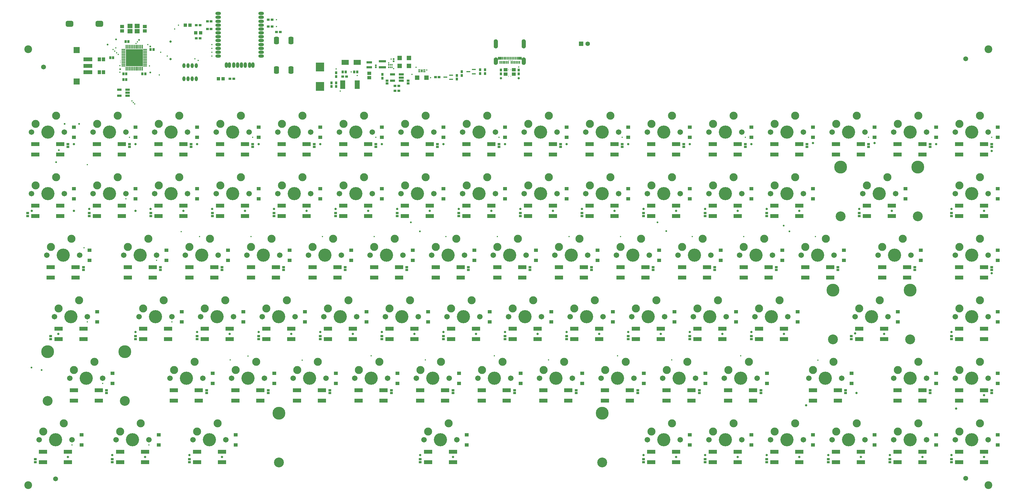
<source format=gbs>
G04*
G04 #@! TF.GenerationSoftware,Altium Limited,Altium Designer,19.0.15 (446)*
G04*
G04 Layer_Color=16711935*
%FSLAX44Y44*%
%MOMM*%
G71*
G01*
G75*
%ADD13C,2.4000*%
%ADD14C,4.0640*%
%ADD15C,1.7018*%
%ADD16C,2.4892*%
%ADD17C,3.9878*%
%ADD18C,3.0480*%
%ADD19R,1.4112X1.4112*%
%ADD20C,1.4112*%
%ADD21C,0.8032*%
%ADD22C,0.3150*%
%ADD23C,0.4000*%
%ADD24C,0.5842*%
%ADD25C,0.4500*%
%ADD26C,0.7000*%
%ADD27C,1.5000*%
%ADD28C,0.5588*%
%ADD38R,2.1804X1.5284*%
%ADD65R,1.1684X0.4572*%
%ADD76R,1.5240X0.7620*%
%ADD77R,0.4500X0.8500*%
%ADD78R,0.4000X0.5900*%
%ADD79R,0.4000X0.6200*%
G04:AMPARAMS|DCode=80|XSize=1.6032mm|YSize=2.3032mm|CornerRadius=0.4516mm|HoleSize=0mm|Usage=FLASHONLY|Rotation=0.000|XOffset=0mm|YOffset=0mm|HoleType=Round|Shape=RoundedRectangle|*
%AMROUNDEDRECTD80*
21,1,1.6032,1.4000,0,0,0.0*
21,1,0.7000,2.3032,0,0,0.0*
1,1,0.9032,0.3500,-0.7000*
1,1,0.9032,-0.3500,-0.7000*
1,1,0.9032,-0.3500,0.7000*
1,1,0.9032,0.3500,0.7000*
%
%ADD80ROUNDEDRECTD80*%
%ADD81R,0.9532X0.8032*%
%ADD82R,1.0032X1.0032*%
%ADD83O,0.9632X1.4732*%
%ADD84O,1.7032X1.0032*%
%ADD85O,1.0032X1.7032*%
%ADD86R,1.4132X0.7932*%
%ADD87R,0.8032X0.8432*%
%ADD88R,1.2032X1.1032*%
%ADD89R,1.6032X1.4032*%
%ADD90R,5.2832X5.2832*%
%ADD91R,1.1500X0.4500*%
%ADD92R,0.4500X1.1500*%
%ADD93R,1.0532X1.1532*%
%ADD94R,2.7532X1.2032*%
%ADD95R,1.9032X1.9032*%
G04:AMPARAMS|DCode=96|XSize=1.8032mm|YSize=2.3932mm|CornerRadius=0.5016mm|HoleSize=0mm|Usage=FLASHONLY|Rotation=270.000|XOffset=0mm|YOffset=0mm|HoleType=Round|Shape=RoundedRectangle|*
%AMROUNDEDRECTD96*
21,1,1.8032,1.3900,0,0,270.0*
21,1,0.8000,2.3932,0,0,270.0*
1,1,1.0032,-0.6950,-0.4000*
1,1,1.0032,-0.6950,0.4000*
1,1,1.0032,0.6950,0.4000*
1,1,1.0032,0.6950,-0.4000*
%
%ADD96ROUNDEDRECTD96*%
%ADD97R,0.5024X0.5524*%
%ADD98R,0.8032X0.9532*%
%ADD99R,1.8032X0.7032*%
%ADD100R,2.6532X2.7532*%
%ADD101R,1.5748X0.6604*%
%ADD102R,2.2032X0.8032*%
%ADD103R,0.8432X0.8032*%
%ADD104R,1.4032X1.4032*%
%ADD105R,1.4032X1.4032*%
%ADD106R,0.6000X0.9100*%
%ADD107R,0.6500X0.4000*%
%ADD108R,0.3032X0.4032*%
%ADD109R,1.1500X0.8500*%
%ADD110R,1.1532X1.0532*%
%ADD111R,2.5032X1.2032*%
%ADD112R,1.1532X1.1032*%
G36*
X1569550Y1367900D02*
Y1357900D01*
Y1357730D01*
X1569568Y1357390D01*
X1569603Y1357051D01*
X1569657Y1356715D01*
X1569727Y1356382D01*
X1569816Y1356053D01*
X1569921Y1355730D01*
X1570043Y1355412D01*
X1570181Y1355101D01*
X1570336Y1354797D01*
X1570506Y1354503D01*
X1570691Y1354217D01*
X1570891Y1353942D01*
X1571106Y1353677D01*
X1571333Y1353424D01*
X1571574Y1353183D01*
X1571827Y1352956D01*
X1572092Y1352742D01*
X1572367Y1352541D01*
X1572653Y1352356D01*
X1572947Y1352186D01*
X1573251Y1352031D01*
X1573562Y1351893D01*
X1573880Y1351771D01*
X1574203Y1351665D01*
X1574532Y1351577D01*
X1574865Y1351507D01*
X1575201Y1351453D01*
X1575540Y1351418D01*
X1575880Y1351400D01*
X1576050D01*
X1576220D01*
X1576560Y1351418D01*
X1576899Y1351453D01*
X1577235Y1351507D01*
X1577568Y1351577D01*
X1577897Y1351665D01*
X1578221Y1351771D01*
X1578538Y1351893D01*
X1578849Y1352031D01*
X1579153Y1352186D01*
X1579447Y1352356D01*
X1579733Y1352541D01*
X1580008Y1352741D01*
X1580273Y1352956D01*
X1580526Y1353183D01*
X1580766Y1353424D01*
X1580994Y1353677D01*
X1581208Y1353942D01*
X1581409Y1354217D01*
X1581594Y1354503D01*
X1581764Y1354797D01*
X1581919Y1355101D01*
X1582057Y1355412D01*
X1582179Y1355730D01*
X1582285Y1356053D01*
X1582373Y1356382D01*
X1582443Y1356715D01*
X1582497Y1357051D01*
X1582532Y1357390D01*
X1582550Y1357730D01*
Y1357900D01*
Y1367900D01*
Y1368070D01*
X1582532Y1368410D01*
X1582497Y1368749D01*
X1582443Y1369085D01*
X1582373Y1369418D01*
X1582285Y1369747D01*
X1582179Y1370070D01*
X1582057Y1370388D01*
X1581919Y1370699D01*
X1581764Y1371003D01*
X1581594Y1371297D01*
X1581409Y1371583D01*
X1581209Y1371858D01*
X1580994Y1372123D01*
X1580767Y1372376D01*
X1580526Y1372616D01*
X1580273Y1372844D01*
X1580008Y1373058D01*
X1579733Y1373259D01*
X1579447Y1373444D01*
X1579153Y1373614D01*
X1578849Y1373769D01*
X1578538Y1373907D01*
X1578221Y1374029D01*
X1577897Y1374135D01*
X1577568Y1374223D01*
X1577235Y1374293D01*
X1576899Y1374347D01*
X1576560Y1374382D01*
X1576220Y1374400D01*
X1576050D01*
X1575880D01*
X1575540Y1374382D01*
X1575201Y1374347D01*
X1574865Y1374293D01*
X1574532Y1374223D01*
X1574203Y1374135D01*
X1573880Y1374029D01*
X1573562Y1373907D01*
X1573251Y1373769D01*
X1572947Y1373614D01*
X1572653Y1373444D01*
X1572367Y1373259D01*
X1572092Y1373059D01*
X1571827Y1372844D01*
X1571574Y1372617D01*
X1571333Y1372376D01*
X1571106Y1372123D01*
X1570892Y1371858D01*
X1570691Y1371583D01*
X1570506Y1371297D01*
X1570336Y1371003D01*
X1570181Y1370699D01*
X1570043Y1370388D01*
X1569921Y1370070D01*
X1569816Y1369747D01*
X1569727Y1369418D01*
X1569657Y1369085D01*
X1569603Y1368749D01*
X1569568Y1368410D01*
X1569550Y1368070D01*
Y1367900D01*
D01*
D02*
G37*
G36*
Y1424500D02*
Y1408500D01*
X1569554Y1408368D01*
X1569583Y1408042D01*
X1569629Y1407717D01*
X1569691Y1407396D01*
X1569770Y1407078D01*
X1569866Y1406765D01*
X1569978Y1406457D01*
X1570106Y1406155D01*
X1570250Y1405861D01*
X1570409Y1405574D01*
X1570582Y1405296D01*
X1570770Y1405028D01*
X1570972Y1404770D01*
X1571187Y1404523D01*
X1571414Y1404287D01*
X1571654Y1404064D01*
X1571905Y1403853D01*
X1572166Y1403656D01*
X1572438Y1403473D01*
X1572719Y1403304D01*
X1573008Y1403150D01*
X1573305Y1403012D01*
X1573609Y1402889D01*
X1573918Y1402782D01*
X1574233Y1402692D01*
X1574552Y1402619D01*
X1574875Y1402562D01*
X1575200Y1402522D01*
X1575527Y1402499D01*
X1575855Y1402493D01*
X1576050Y1402500D01*
X1576245Y1402493D01*
X1576573Y1402499D01*
X1576900Y1402522D01*
X1577225Y1402562D01*
X1577547Y1402619D01*
X1577867Y1402692D01*
X1578181Y1402782D01*
X1578491Y1402889D01*
X1578795Y1403012D01*
X1579092Y1403150D01*
X1579381Y1403304D01*
X1579662Y1403473D01*
X1579933Y1403656D01*
X1580195Y1403853D01*
X1580446Y1404064D01*
X1580686Y1404287D01*
X1580913Y1404523D01*
X1581128Y1404770D01*
X1581330Y1405028D01*
X1581518Y1405296D01*
X1581691Y1405574D01*
X1581850Y1405861D01*
X1581994Y1406155D01*
X1582122Y1406457D01*
X1582234Y1406765D01*
X1582330Y1407078D01*
X1582409Y1407396D01*
X1582471Y1407717D01*
X1582517Y1408042D01*
X1582545Y1408368D01*
X1582550Y1408500D01*
Y1424500D01*
X1582545Y1424632D01*
X1582517Y1424958D01*
X1582471Y1425283D01*
X1582409Y1425604D01*
X1582330Y1425922D01*
X1582234Y1426235D01*
X1582122Y1426543D01*
X1581994Y1426845D01*
X1581850Y1427139D01*
X1581691Y1427426D01*
X1581518Y1427704D01*
X1581330Y1427972D01*
X1581128Y1428230D01*
X1580913Y1428477D01*
X1580686Y1428713D01*
X1580446Y1428936D01*
X1580195Y1429147D01*
X1579934Y1429344D01*
X1579662Y1429527D01*
X1579381Y1429696D01*
X1579092Y1429850D01*
X1578795Y1429988D01*
X1578491Y1430111D01*
X1578182Y1430217D01*
X1577867Y1430308D01*
X1577547Y1430381D01*
X1577225Y1430438D01*
X1576900Y1430478D01*
X1576573Y1430501D01*
X1576245Y1430507D01*
X1576050Y1430500D01*
X1575855Y1430507D01*
X1575527Y1430501D01*
X1575200Y1430478D01*
X1574875Y1430438D01*
X1574553Y1430381D01*
X1574233Y1430308D01*
X1573918Y1430218D01*
X1573609Y1430111D01*
X1573305Y1429988D01*
X1573008Y1429850D01*
X1572719Y1429696D01*
X1572438Y1429527D01*
X1572166Y1429344D01*
X1571905Y1429147D01*
X1571654Y1428936D01*
X1571414Y1428713D01*
X1571187Y1428477D01*
X1570972Y1428230D01*
X1570770Y1427972D01*
X1570582Y1427704D01*
X1570409Y1427426D01*
X1570250Y1427139D01*
X1570106Y1426845D01*
X1569978Y1426543D01*
X1569866Y1426236D01*
X1569770Y1425922D01*
X1569691Y1425604D01*
X1569629Y1425283D01*
X1569583Y1424958D01*
X1569554Y1424632D01*
X1569550Y1424500D01*
D01*
D02*
G37*
G36*
X1655950Y1367900D02*
Y1357900D01*
Y1357730D01*
X1655968Y1357390D01*
X1656003Y1357051D01*
X1656057Y1356715D01*
X1656127Y1356382D01*
X1656216Y1356053D01*
X1656321Y1355730D01*
X1656443Y1355412D01*
X1656581Y1355101D01*
X1656736Y1354797D01*
X1656906Y1354503D01*
X1657091Y1354217D01*
X1657291Y1353942D01*
X1657506Y1353677D01*
X1657733Y1353424D01*
X1657974Y1353183D01*
X1658227Y1352956D01*
X1658492Y1352742D01*
X1658767Y1352541D01*
X1659053Y1352356D01*
X1659347Y1352186D01*
X1659651Y1352031D01*
X1659962Y1351893D01*
X1660280Y1351771D01*
X1660603Y1351665D01*
X1660932Y1351577D01*
X1661265Y1351507D01*
X1661601Y1351453D01*
X1661940Y1351418D01*
X1662280Y1351400D01*
X1662450D01*
X1662620D01*
X1662960Y1351418D01*
X1663299Y1351453D01*
X1663635Y1351507D01*
X1663968Y1351577D01*
X1664297Y1351665D01*
X1664621Y1351771D01*
X1664938Y1351893D01*
X1665249Y1352031D01*
X1665553Y1352186D01*
X1665847Y1352356D01*
X1666133Y1352541D01*
X1666408Y1352741D01*
X1666673Y1352956D01*
X1666926Y1353183D01*
X1667166Y1353424D01*
X1667394Y1353677D01*
X1667608Y1353942D01*
X1667809Y1354217D01*
X1667994Y1354503D01*
X1668164Y1354797D01*
X1668319Y1355101D01*
X1668457Y1355412D01*
X1668579Y1355730D01*
X1668685Y1356053D01*
X1668773Y1356382D01*
X1668843Y1356715D01*
X1668897Y1357051D01*
X1668932Y1357390D01*
X1668950Y1357730D01*
Y1357900D01*
Y1367900D01*
Y1368070D01*
X1668932Y1368410D01*
X1668897Y1368749D01*
X1668843Y1369085D01*
X1668773Y1369418D01*
X1668685Y1369747D01*
X1668579Y1370070D01*
X1668457Y1370388D01*
X1668319Y1370699D01*
X1668164Y1371003D01*
X1667994Y1371297D01*
X1667809Y1371583D01*
X1667609Y1371858D01*
X1667394Y1372123D01*
X1667167Y1372376D01*
X1666926Y1372616D01*
X1666673Y1372844D01*
X1666408Y1373058D01*
X1666133Y1373259D01*
X1665847Y1373444D01*
X1665553Y1373614D01*
X1665249Y1373769D01*
X1664938Y1373907D01*
X1664621Y1374029D01*
X1664297Y1374135D01*
X1663968Y1374223D01*
X1663635Y1374293D01*
X1663299Y1374347D01*
X1662960Y1374382D01*
X1662620Y1374400D01*
X1662450D01*
X1662280D01*
X1661940Y1374382D01*
X1661601Y1374347D01*
X1661265Y1374293D01*
X1660932Y1374223D01*
X1660603Y1374135D01*
X1660280Y1374029D01*
X1659962Y1373907D01*
X1659651Y1373769D01*
X1659347Y1373614D01*
X1659053Y1373444D01*
X1658767Y1373259D01*
X1658492Y1373059D01*
X1658227Y1372844D01*
X1657974Y1372617D01*
X1657733Y1372376D01*
X1657506Y1372123D01*
X1657292Y1371858D01*
X1657091Y1371583D01*
X1656906Y1371297D01*
X1656736Y1371003D01*
X1656581Y1370699D01*
X1656443Y1370388D01*
X1656321Y1370070D01*
X1656216Y1369747D01*
X1656127Y1369418D01*
X1656057Y1369085D01*
X1656003Y1368749D01*
X1655968Y1368410D01*
X1655950Y1368070D01*
Y1367900D01*
D01*
D02*
G37*
G36*
Y1424500D02*
Y1408500D01*
X1655954Y1408368D01*
X1655983Y1408042D01*
X1656029Y1407717D01*
X1656091Y1407396D01*
X1656170Y1407078D01*
X1656266Y1406765D01*
X1656378Y1406457D01*
X1656506Y1406155D01*
X1656650Y1405861D01*
X1656809Y1405574D01*
X1656982Y1405296D01*
X1657170Y1405028D01*
X1657372Y1404770D01*
X1657587Y1404523D01*
X1657814Y1404287D01*
X1658054Y1404064D01*
X1658305Y1403853D01*
X1658566Y1403656D01*
X1658838Y1403473D01*
X1659119Y1403304D01*
X1659408Y1403150D01*
X1659705Y1403012D01*
X1660009Y1402889D01*
X1660318Y1402782D01*
X1660633Y1402692D01*
X1660952Y1402619D01*
X1661275Y1402562D01*
X1661600Y1402522D01*
X1661927Y1402499D01*
X1662255Y1402493D01*
X1662450Y1402500D01*
X1662645Y1402493D01*
X1662973Y1402499D01*
X1663300Y1402522D01*
X1663625Y1402562D01*
X1663947Y1402619D01*
X1664267Y1402692D01*
X1664581Y1402782D01*
X1664891Y1402889D01*
X1665195Y1403012D01*
X1665492Y1403150D01*
X1665781Y1403304D01*
X1666062Y1403473D01*
X1666333Y1403656D01*
X1666595Y1403853D01*
X1666846Y1404064D01*
X1667086Y1404287D01*
X1667313Y1404523D01*
X1667528Y1404770D01*
X1667730Y1405028D01*
X1667918Y1405296D01*
X1668091Y1405574D01*
X1668250Y1405861D01*
X1668394Y1406155D01*
X1668522Y1406457D01*
X1668634Y1406765D01*
X1668730Y1407078D01*
X1668809Y1407396D01*
X1668871Y1407717D01*
X1668917Y1408042D01*
X1668945Y1408368D01*
X1668950Y1408500D01*
Y1424500D01*
X1668945Y1424632D01*
X1668917Y1424958D01*
X1668871Y1425283D01*
X1668809Y1425604D01*
X1668730Y1425922D01*
X1668634Y1426235D01*
X1668522Y1426543D01*
X1668394Y1426845D01*
X1668250Y1427139D01*
X1668091Y1427426D01*
X1667918Y1427704D01*
X1667730Y1427972D01*
X1667528Y1428230D01*
X1667313Y1428477D01*
X1667086Y1428713D01*
X1666846Y1428936D01*
X1666595Y1429147D01*
X1666334Y1429344D01*
X1666062Y1429527D01*
X1665781Y1429696D01*
X1665492Y1429850D01*
X1665195Y1429988D01*
X1664891Y1430111D01*
X1664582Y1430217D01*
X1664267Y1430308D01*
X1663947Y1430381D01*
X1663625Y1430438D01*
X1663300Y1430478D01*
X1662973Y1430501D01*
X1662645Y1430507D01*
X1662450Y1430500D01*
X1662255Y1430507D01*
X1661927Y1430501D01*
X1661600Y1430478D01*
X1661275Y1430438D01*
X1660953Y1430381D01*
X1660633Y1430308D01*
X1660318Y1430218D01*
X1660009Y1430111D01*
X1659705Y1429988D01*
X1659408Y1429850D01*
X1659119Y1429696D01*
X1658838Y1429527D01*
X1658566Y1429344D01*
X1658305Y1429147D01*
X1658054Y1428936D01*
X1657814Y1428713D01*
X1657587Y1428477D01*
X1657372Y1428230D01*
X1657170Y1427972D01*
X1656982Y1427704D01*
X1656809Y1427426D01*
X1656650Y1427139D01*
X1656506Y1426845D01*
X1656378Y1426543D01*
X1656266Y1426236D01*
X1656170Y1425922D01*
X1656091Y1425604D01*
X1656029Y1425283D01*
X1655983Y1424958D01*
X1655954Y1424632D01*
X1655950Y1424500D01*
D01*
D02*
G37*
D13*
X130000Y50000D02*
D03*
X3100000D02*
D03*
Y1400000D02*
D03*
X130000D02*
D03*
D14*
X381000Y1143000D02*
D03*
X2571750Y762000D02*
D03*
X690565Y190500D02*
D03*
X452435D02*
D03*
X214312D02*
D03*
X309562Y381000D02*
D03*
X261938Y571500D02*
D03*
X238125Y762000D02*
D03*
X2762250Y952500D02*
D03*
X2809875Y762000D02*
D03*
X2738443Y571500D02*
D03*
X2595557Y381000D02*
D03*
X1404935Y190500D02*
D03*
X190500Y1143000D02*
D03*
X571500D02*
D03*
X762000D02*
D03*
X952500D02*
D03*
X1143000D02*
D03*
X1333500D02*
D03*
X1524000D02*
D03*
X1714500D02*
D03*
X1905000D02*
D03*
X2095500D02*
D03*
X2286000D02*
D03*
X2476500D02*
D03*
X2667000D02*
D03*
X2857500D02*
D03*
X3048000D02*
D03*
X381000Y952500D02*
D03*
X190500D02*
D03*
X571500D02*
D03*
X762000D02*
D03*
X952500D02*
D03*
X1143000D02*
D03*
X1333500D02*
D03*
X1524000D02*
D03*
X1714500D02*
D03*
X1905000D02*
D03*
X2095500D02*
D03*
X2286000D02*
D03*
X2476500D02*
D03*
X3048000D02*
D03*
X476250Y762000D02*
D03*
X666750D02*
D03*
X857250D02*
D03*
X1047750D02*
D03*
X1238250D02*
D03*
X1428750D02*
D03*
X1619250D02*
D03*
X1809750D02*
D03*
X2000250D02*
D03*
X2190750D02*
D03*
X2381250D02*
D03*
X3048000D02*
D03*
X523880Y571500D02*
D03*
X714380D02*
D03*
X904880D02*
D03*
X1095380D02*
D03*
X1285880D02*
D03*
X1476380D02*
D03*
X1666880D02*
D03*
X1857380D02*
D03*
X2047880D02*
D03*
X2238380D02*
D03*
X2428880D02*
D03*
X3048000D02*
D03*
X619123Y381000D02*
D03*
X809620D02*
D03*
X1000120D02*
D03*
X1190620D02*
D03*
X1381120D02*
D03*
X1571620D02*
D03*
X1762120D02*
D03*
X1952620D02*
D03*
X2143120D02*
D03*
X2333620D02*
D03*
X2857500D02*
D03*
X3048000D02*
D03*
X2095502Y190500D02*
D03*
X2286000D02*
D03*
X2476500D02*
D03*
X2667000D02*
D03*
X2857500D02*
D03*
X3048000D02*
D03*
D15*
X431800Y1143000D02*
D03*
X330200D02*
D03*
X2622550Y762000D02*
D03*
X2520950D02*
D03*
X639765Y190500D02*
D03*
X741365D02*
D03*
X401635D02*
D03*
X503235D02*
D03*
X163512D02*
D03*
X265112D02*
D03*
X360363Y381000D02*
D03*
X258762D02*
D03*
X312738Y571500D02*
D03*
X211138D02*
D03*
X288925Y762000D02*
D03*
X187325D02*
D03*
X2711450Y952500D02*
D03*
X2813050D02*
D03*
X2860675Y762000D02*
D03*
X2759075D02*
D03*
X2789243Y571500D02*
D03*
X2687643D02*
D03*
X2646357Y381000D02*
D03*
X2544757D02*
D03*
X1455735Y190500D02*
D03*
X1354135D02*
D03*
X139700Y1143000D02*
D03*
X241300D02*
D03*
X520700D02*
D03*
X622300D02*
D03*
X711200D02*
D03*
X812800D02*
D03*
X901700D02*
D03*
X1003300D02*
D03*
X1092200D02*
D03*
X1193800D02*
D03*
X1282700D02*
D03*
X1384300D02*
D03*
X1473200D02*
D03*
X1574800D02*
D03*
X1663700D02*
D03*
X1765300D02*
D03*
X1854200D02*
D03*
X1955800D02*
D03*
X2044700D02*
D03*
X2146300D02*
D03*
X2235200D02*
D03*
X2336800D02*
D03*
X2425700D02*
D03*
X2527300D02*
D03*
X2616200D02*
D03*
X2717800D02*
D03*
X2806700D02*
D03*
X2908300D02*
D03*
X2997200D02*
D03*
X3098800D02*
D03*
X330200Y952500D02*
D03*
X431800D02*
D03*
X139700D02*
D03*
X241300D02*
D03*
X520700D02*
D03*
X622300D02*
D03*
X711200D02*
D03*
X812800D02*
D03*
X901700D02*
D03*
X1003300D02*
D03*
X1092200D02*
D03*
X1193800D02*
D03*
X1282700D02*
D03*
X1384300D02*
D03*
X1473200D02*
D03*
X1574800D02*
D03*
X1663700D02*
D03*
X1765300D02*
D03*
X1854200D02*
D03*
X1955800D02*
D03*
X2044700D02*
D03*
X2146300D02*
D03*
X2235200D02*
D03*
X2336800D02*
D03*
X2425700D02*
D03*
X2527300D02*
D03*
X2997200D02*
D03*
X3098800D02*
D03*
X425450Y762000D02*
D03*
X527050D02*
D03*
X615950D02*
D03*
X717550D02*
D03*
X806450D02*
D03*
X908050D02*
D03*
X996950D02*
D03*
X1098550D02*
D03*
X1187450D02*
D03*
X1289050D02*
D03*
X1377950D02*
D03*
X1479550D02*
D03*
X1568450D02*
D03*
X1670050D02*
D03*
X1758950D02*
D03*
X1860550D02*
D03*
X1949450D02*
D03*
X2051050D02*
D03*
X2139950D02*
D03*
X2241550D02*
D03*
X2330450D02*
D03*
X2432050D02*
D03*
X2997200D02*
D03*
X3098800D02*
D03*
X473080Y571500D02*
D03*
X574680D02*
D03*
X663580D02*
D03*
X765180D02*
D03*
X854080D02*
D03*
X955680D02*
D03*
X1044580D02*
D03*
X1146180D02*
D03*
X1235080D02*
D03*
X1336680D02*
D03*
X1425580D02*
D03*
X1527180D02*
D03*
X1616080D02*
D03*
X1717680D02*
D03*
X1806580D02*
D03*
X1908180D02*
D03*
X1997080D02*
D03*
X2098680D02*
D03*
X2187580D02*
D03*
X2289180D02*
D03*
X2378080D02*
D03*
X2479680D02*
D03*
X2997200D02*
D03*
X3098800D02*
D03*
X568322Y381000D02*
D03*
X669922D02*
D03*
X758820D02*
D03*
X860420D02*
D03*
X949320D02*
D03*
X1050920D02*
D03*
X1139820D02*
D03*
X1241420D02*
D03*
X1330320D02*
D03*
X1431920D02*
D03*
X1520820D02*
D03*
X1622420D02*
D03*
X1711320D02*
D03*
X1812920D02*
D03*
X1901820D02*
D03*
X2003420D02*
D03*
X2092320D02*
D03*
X2193920D02*
D03*
X2282820D02*
D03*
X2384420D02*
D03*
X2806700D02*
D03*
X2908300D02*
D03*
X2997200D02*
D03*
X3098800D02*
D03*
X2044702Y190500D02*
D03*
X2146302D02*
D03*
X2235200D02*
D03*
X2336800D02*
D03*
X2425700D02*
D03*
X2527300D02*
D03*
X2616200D02*
D03*
X2717800D02*
D03*
X2806700D02*
D03*
X2908300D02*
D03*
X2997200D02*
D03*
X3098800D02*
D03*
D16*
X406400Y1193800D02*
D03*
X342900Y1168400D02*
D03*
X2597150Y812800D02*
D03*
X2533650Y787400D02*
D03*
X652465Y215900D02*
D03*
X715965Y241300D02*
D03*
X414335Y215900D02*
D03*
X477835Y241300D02*
D03*
X176213Y215900D02*
D03*
X239713Y241300D02*
D03*
X334963Y431800D02*
D03*
X271462Y406400D02*
D03*
X287337Y622300D02*
D03*
X223838Y596900D02*
D03*
X263525Y812800D02*
D03*
X200025Y787400D02*
D03*
X2724150Y977900D02*
D03*
X2787650Y1003300D02*
D03*
X2835275Y812800D02*
D03*
X2771775Y787400D02*
D03*
X2763842Y622300D02*
D03*
X2700343Y596900D02*
D03*
X2620957Y431800D02*
D03*
X2557457Y406400D02*
D03*
X1430335Y241300D02*
D03*
X1366835Y215900D02*
D03*
X152400Y1168400D02*
D03*
X215900Y1193800D02*
D03*
X533400Y1168400D02*
D03*
X596900Y1193800D02*
D03*
X723900Y1168400D02*
D03*
X787400Y1193800D02*
D03*
X914400Y1168400D02*
D03*
X977900Y1193800D02*
D03*
X1104900Y1168400D02*
D03*
X1168400Y1193800D02*
D03*
X1295400Y1168400D02*
D03*
X1358900Y1193800D02*
D03*
X1485900Y1168400D02*
D03*
X1549400Y1193800D02*
D03*
X1676400Y1168400D02*
D03*
X1739900Y1193800D02*
D03*
X1866900Y1168400D02*
D03*
X1930400Y1193800D02*
D03*
X2057400Y1168400D02*
D03*
X2120900Y1193800D02*
D03*
X2247900Y1168400D02*
D03*
X2311400Y1193800D02*
D03*
X2438400Y1168400D02*
D03*
X2501900Y1193800D02*
D03*
X2628900Y1168400D02*
D03*
X2692400Y1193800D02*
D03*
X2819400Y1168400D02*
D03*
X2882900Y1193800D02*
D03*
X3009900Y1168400D02*
D03*
X3073400Y1193800D02*
D03*
X342900Y977900D02*
D03*
X406400Y1003300D02*
D03*
X152400Y977900D02*
D03*
X215900Y1003300D02*
D03*
X533400Y977900D02*
D03*
X596900Y1003300D02*
D03*
X723900Y977900D02*
D03*
X787400Y1003300D02*
D03*
X914400Y977900D02*
D03*
X977900Y1003300D02*
D03*
X1104900Y977900D02*
D03*
X1168400Y1003300D02*
D03*
X1295400Y977900D02*
D03*
X1358900Y1003300D02*
D03*
X1485900Y977900D02*
D03*
X1549400Y1003300D02*
D03*
X1676400Y977900D02*
D03*
X1739900Y1003300D02*
D03*
X1866900Y977900D02*
D03*
X1930400Y1003300D02*
D03*
X2057400Y977900D02*
D03*
X2120900Y1003300D02*
D03*
X2247900Y977900D02*
D03*
X2311400Y1003300D02*
D03*
X2438400Y977900D02*
D03*
X2501900Y1003300D02*
D03*
X3009900Y977900D02*
D03*
X3073400Y1003300D02*
D03*
X438150Y787400D02*
D03*
X501650Y812800D02*
D03*
X628650Y787400D02*
D03*
X692150Y812800D02*
D03*
X819150Y787400D02*
D03*
X882650Y812800D02*
D03*
X1009650Y787400D02*
D03*
X1073150Y812800D02*
D03*
X1200150Y787400D02*
D03*
X1263650Y812800D02*
D03*
X1390650Y787400D02*
D03*
X1454150Y812800D02*
D03*
X1581150Y787400D02*
D03*
X1644650Y812800D02*
D03*
X1771650Y787400D02*
D03*
X1835150Y812800D02*
D03*
X1962150Y787400D02*
D03*
X2025650Y812800D02*
D03*
X2152650Y787400D02*
D03*
X2216150Y812800D02*
D03*
X2343150Y787400D02*
D03*
X2406650Y812800D02*
D03*
X3009900Y787400D02*
D03*
X3073400Y812800D02*
D03*
X485780Y596900D02*
D03*
X549280Y622300D02*
D03*
X676280Y596900D02*
D03*
X739780Y622300D02*
D03*
X866780Y596900D02*
D03*
X930280Y622300D02*
D03*
X1057280Y596900D02*
D03*
X1120780Y622300D02*
D03*
X1247780Y596900D02*
D03*
X1311280Y622300D02*
D03*
X1438280Y596900D02*
D03*
X1501780Y622300D02*
D03*
X1628780Y596900D02*
D03*
X1692280Y622300D02*
D03*
X1819280Y596900D02*
D03*
X1882780Y622300D02*
D03*
X2009780Y596900D02*
D03*
X2073280Y622300D02*
D03*
X2200280Y596900D02*
D03*
X2263780Y622300D02*
D03*
X2390780Y596900D02*
D03*
X2454280Y622300D02*
D03*
X3009900Y596900D02*
D03*
X3073400Y622300D02*
D03*
X581022Y406400D02*
D03*
X644522Y431800D02*
D03*
X771520Y406400D02*
D03*
X835020Y431800D02*
D03*
X962020Y406400D02*
D03*
X1025520Y431800D02*
D03*
X1152520Y406400D02*
D03*
X1216020Y431800D02*
D03*
X1343020Y406400D02*
D03*
X1406520Y431800D02*
D03*
X1533520Y406400D02*
D03*
X1597020Y431800D02*
D03*
X1724020Y406400D02*
D03*
X1787520Y431800D02*
D03*
X1914520Y406400D02*
D03*
X1978020Y431800D02*
D03*
X2105020Y406400D02*
D03*
X2168520Y431800D02*
D03*
X2295520Y406400D02*
D03*
X2359020Y431800D02*
D03*
X2819400Y406400D02*
D03*
X2882900Y431800D02*
D03*
X3009900Y406400D02*
D03*
X3073400Y431800D02*
D03*
X2057402Y215900D02*
D03*
X2120903Y241300D02*
D03*
X2247900Y215900D02*
D03*
X2311400Y241300D02*
D03*
X2438400Y215900D02*
D03*
X2501900Y241300D02*
D03*
X2628900Y215900D02*
D03*
X2692400Y241300D02*
D03*
X2819400Y215900D02*
D03*
X2882900Y241300D02*
D03*
X3009900Y215900D02*
D03*
X3073400Y241300D02*
D03*
D17*
X190182Y463550D02*
D03*
X428942D02*
D03*
X2881630Y1035050D02*
D03*
X2642870D02*
D03*
X2619062Y654050D02*
D03*
X2857823D02*
D03*
X904935Y273050D02*
D03*
X1904935D02*
D03*
D18*
X190182Y311150D02*
D03*
X428942D02*
D03*
X2881630Y882650D02*
D03*
X2642870D02*
D03*
X2619062Y501650D02*
D03*
X2857823D02*
D03*
X904935Y120650D02*
D03*
X1904935D02*
D03*
D19*
X1840000Y1416500D02*
D03*
D20*
X1860000D02*
D03*
D21*
X1662450D02*
D03*
X1576050D02*
D03*
X1662450Y1362900D02*
D03*
X1576050D02*
D03*
D22*
X1615742Y1316000D02*
D03*
X1622830D02*
D03*
X415000Y1363286D02*
D03*
Y1358500D02*
D03*
X1616750Y1365329D02*
D03*
X1621750D02*
D03*
X1615742Y1336000D02*
D03*
X1622830D02*
D03*
X1626721Y1365300D02*
D03*
D23*
X403500Y1388500D02*
D03*
X408496Y1383500D02*
D03*
X412999Y1328997D02*
D03*
Y1348997D02*
D03*
X1260000Y1339340D02*
D03*
X467500Y1422500D02*
D03*
X265110Y174750D02*
D03*
X503240D02*
D03*
X463000Y1417500D02*
D03*
X392500Y1398500D02*
D03*
X360360Y365250D02*
D03*
X397341Y1393500D02*
D03*
X754759Y438069D02*
D03*
X312740Y555750D02*
D03*
X574680D02*
D03*
X302500Y785000D02*
D03*
X450435Y1240000D02*
D03*
X527050Y746250D02*
D03*
X455000Y1235000D02*
D03*
X312500Y1042262D02*
D03*
X459086Y1230000D02*
D03*
X431800Y936750D02*
D03*
X1245000Y1357749D02*
D03*
X1252500Y1368950D02*
D03*
D24*
X413999Y1337997D02*
D03*
X401635Y1430000D02*
D03*
X507500Y1408372D02*
D03*
X473080Y1428200D02*
D03*
X507500Y1327363D02*
D03*
D25*
X1316448Y1321448D02*
D03*
X1329305Y1343900D02*
D03*
X1082500Y1339187D02*
D03*
X1128710Y1329250D02*
D03*
X560000Y1378500D02*
D03*
X594500Y1474500D02*
D03*
X582500Y1462500D02*
D03*
X443310Y1127250D02*
D03*
X505000Y1348500D02*
D03*
X535000Y1320000D02*
D03*
X400874Y1404126D02*
D03*
X1095000Y1270250D02*
D03*
X539500Y1390500D02*
D03*
X697500Y1378500D02*
D03*
Y1390500D02*
D03*
Y1402500D02*
D03*
X500000Y1414500D02*
D03*
X697500D02*
D03*
X1374450Y1312050D02*
D03*
X1362500Y1335250D02*
D03*
X655710Y1365000D02*
D03*
X897500Y1491000D02*
D03*
X645000Y1370000D02*
D03*
X897500Y1470000D02*
D03*
X1147098Y1318152D02*
D03*
X1646750Y1345000D02*
D03*
X2572500Y437310D02*
D03*
X2333800Y450500D02*
D03*
X1952710Y450250D02*
D03*
X2120590Y437560D02*
D03*
X1571800Y450500D02*
D03*
X1739680Y437810D02*
D03*
X1190710Y450250D02*
D03*
X1358590Y437560D02*
D03*
X977500Y437310D02*
D03*
X809620Y450000D02*
D03*
X2564550Y820000D02*
D03*
X2183550D02*
D03*
X1802550D02*
D03*
X1421550D02*
D03*
X1040000D02*
D03*
X660000Y819550D02*
D03*
X2343150Y820000D02*
D03*
X1962150D02*
D03*
X1581150D02*
D03*
X1200150D02*
D03*
X819150D02*
D03*
X602750Y835000D02*
D03*
X824310Y1127250D02*
D03*
X1205310D02*
D03*
X1586310D02*
D03*
X1967310D02*
D03*
X2348310D02*
D03*
X2729310D02*
D03*
X3110310D02*
D03*
D26*
X1646750Y1309815D02*
D03*
X1591750D02*
D03*
X3086500Y328472D02*
D03*
X2999813Y287500D02*
D03*
X2691997Y335200D02*
D03*
X2536043Y297500D02*
D03*
X3086500Y137500D02*
D03*
X2896000D02*
D03*
X2985691Y143000D02*
D03*
X2795190D02*
D03*
X2705500Y137500D02*
D03*
X2515000D02*
D03*
X2604691Y143000D02*
D03*
X2414190D02*
D03*
X2324503Y137500D02*
D03*
X2134002D02*
D03*
X2223690Y143000D02*
D03*
X2033190D02*
D03*
X1443435Y137500D02*
D03*
X1342630Y143000D02*
D03*
X729060Y137500D02*
D03*
X628250Y143000D02*
D03*
X490935Y137500D02*
D03*
X390130Y143000D02*
D03*
X252812Y137500D02*
D03*
X3110310Y706000D02*
D03*
X2985690Y524000D02*
D03*
X2687643Y520000D02*
D03*
X2467380Y518500D02*
D03*
X2276880D02*
D03*
X2366570Y524000D02*
D03*
X2176070D02*
D03*
X2086378Y518500D02*
D03*
X1895877D02*
D03*
X1985570Y524000D02*
D03*
X1795070D02*
D03*
X1705378Y518500D02*
D03*
X1514877D02*
D03*
X1604570Y524000D02*
D03*
X1414070D02*
D03*
X1324377Y518500D02*
D03*
X1133877D02*
D03*
X1223570Y524000D02*
D03*
X1033070D02*
D03*
X943380Y518500D02*
D03*
X752880D02*
D03*
X842570Y524000D02*
D03*
X652070D02*
D03*
X461570D02*
D03*
X222621Y518500D02*
D03*
X2776942D02*
D03*
X318690Y905000D02*
D03*
X141106Y899148D02*
D03*
X699100Y905000D02*
D03*
X508600D02*
D03*
X1080438D02*
D03*
X889938D02*
D03*
X1461690D02*
D03*
X1271190D02*
D03*
X1842438D02*
D03*
X1651938D02*
D03*
X2033190D02*
D03*
X2223690D02*
D03*
X2414190D02*
D03*
X2699940D02*
D03*
X2985690D02*
D03*
X3086500Y899148D02*
D03*
X2800750Y899500D02*
D03*
X2515000D02*
D03*
X2133997D02*
D03*
X2324495D02*
D03*
X1753000Y899500D02*
D03*
X1943497D02*
D03*
X1372000D02*
D03*
X1562497D02*
D03*
X991000D02*
D03*
X1181497D02*
D03*
X610000D02*
D03*
X800497D02*
D03*
X271462D02*
D03*
X461960D02*
D03*
X3110310Y1085000D02*
D03*
X2938210Y1106000D02*
D03*
X2557460Y1109472D02*
D03*
X2747960D02*
D03*
X2176210Y1106000D02*
D03*
X2366707D02*
D03*
X1795460D02*
D03*
X1985957D02*
D03*
X1414460D02*
D03*
X1604957D02*
D03*
X1033460D02*
D03*
X1223957D02*
D03*
X652210D02*
D03*
X842707D02*
D03*
X461960D02*
D03*
X271462D02*
D03*
X570000Y1368950D02*
D03*
Y1423680D02*
D03*
D27*
X177500Y1345000D02*
D03*
X214312Y70000D02*
D03*
X3030000Y71270D02*
D03*
Y1370000D02*
D03*
D28*
X375000Y1414000D02*
D03*
X225000Y1087000D02*
D03*
X215900Y1050000D02*
D03*
X171400Y406400D02*
D03*
X139700Y414200D02*
D03*
X287337Y1168400D02*
D03*
X242500D02*
D03*
X1341434Y836000D02*
D03*
X1313434Y864000D02*
D03*
X2076000Y863437D02*
D03*
X2103000Y836437D02*
D03*
X2484434Y836000D02*
D03*
X2466434Y854000D02*
D03*
D38*
X1110000Y1358900D02*
D03*
X1147144D02*
D03*
D65*
X1420094Y1313000D02*
D03*
X1437620Y1306500D02*
D03*
Y1319500D02*
D03*
X1490954Y1330250D02*
D03*
X1508480Y1323749D02*
D03*
Y1336750D02*
D03*
D76*
X1283716Y1321448D02*
D03*
Y1312050D02*
D03*
Y1302652D02*
D03*
X1256284D02*
D03*
Y1321448D02*
D03*
D77*
X1614250Y1358800D02*
D03*
X1624250D02*
D03*
X1621750Y1371800D02*
D03*
X1616750D02*
D03*
X1596750D02*
D03*
X1601750D02*
D03*
X1606750D02*
D03*
X1611750D02*
D03*
X1626750D02*
D03*
X1631750D02*
D03*
X1636750D02*
D03*
X1641750D02*
D03*
X1649250Y1358800D02*
D03*
X1644250D02*
D03*
X1639250D02*
D03*
X1634250D02*
D03*
X1629250D02*
D03*
X1609250D02*
D03*
X1604250D02*
D03*
X1599250D02*
D03*
X1594250D02*
D03*
X1589250D02*
D03*
D78*
X1245000Y1343900D02*
D03*
X1250000D02*
D03*
X1255000D02*
D03*
Y1351599D02*
D03*
X1250000D02*
D03*
D79*
X1245000D02*
D03*
D80*
X943000Y1335500D02*
D03*
X898000D02*
D03*
Y1426500D02*
D03*
X943000D02*
D03*
D81*
X898000Y1453500D02*
D03*
X909500D02*
D03*
X649750Y1433500D02*
D03*
X661250D02*
D03*
X649750Y1474500D02*
D03*
X661250D02*
D03*
X684000Y1462500D02*
D03*
X695500D02*
D03*
X684000Y1486500D02*
D03*
X695500D02*
D03*
X754000Y1308000D02*
D03*
X765500D02*
D03*
X883750Y1470000D02*
D03*
X872250D02*
D03*
X883750Y1491000D02*
D03*
X872250D02*
D03*
X1114402Y1315250D02*
D03*
X1102902D02*
D03*
X1401000Y1313000D02*
D03*
X1389500D02*
D03*
X1264250Y1286000D02*
D03*
X1275750D02*
D03*
Y1271000D02*
D03*
X1264250D02*
D03*
D82*
X630500Y1474500D02*
D03*
X615500D02*
D03*
X663000Y1450500D02*
D03*
X648000D02*
D03*
X718000Y1308000D02*
D03*
X733000D02*
D03*
D83*
X624150Y1349000D02*
D03*
X611450D02*
D03*
Y1308000D02*
D03*
X624150D02*
D03*
X649550Y1308000D02*
D03*
X636850D02*
D03*
X649550Y1349000D02*
D03*
X636850D02*
D03*
D84*
X850500Y1510500D02*
D03*
Y1498500D02*
D03*
Y1486500D02*
D03*
Y1474500D02*
D03*
Y1462500D02*
D03*
Y1450500D02*
D03*
Y1438500D02*
D03*
Y1426500D02*
D03*
Y1414500D02*
D03*
Y1402500D02*
D03*
Y1390500D02*
D03*
Y1378500D02*
D03*
X717500D02*
D03*
Y1390500D02*
D03*
Y1402500D02*
D03*
Y1414500D02*
D03*
Y1426500D02*
D03*
Y1438500D02*
D03*
Y1450500D02*
D03*
Y1462500D02*
D03*
Y1474500D02*
D03*
Y1486500D02*
D03*
Y1498500D02*
D03*
Y1510500D02*
D03*
D85*
X752500Y1350500D02*
D03*
X814500D02*
D03*
X765500D02*
D03*
X742500D02*
D03*
X789500D02*
D03*
X777500D02*
D03*
X824500D02*
D03*
X801500D02*
D03*
D86*
X437050Y1274500D02*
D03*
Y1265000D02*
D03*
Y1255500D02*
D03*
X411950D02*
D03*
Y1274500D02*
D03*
D87*
X424200Y1306000D02*
D03*
X433000D02*
D03*
X424200Y1323500D02*
D03*
X433000D02*
D03*
X431100Y1423500D02*
D03*
X439900D02*
D03*
X491800Y1323500D02*
D03*
X483000D02*
D03*
X517400Y1398500D02*
D03*
X508600D02*
D03*
X383600Y1373500D02*
D03*
X392400D02*
D03*
X1138298Y1329250D02*
D03*
X1147098D02*
D03*
X1111702D02*
D03*
X1102902D02*
D03*
D88*
X420500Y1470250D02*
D03*
Y1456750D02*
D03*
X490500D02*
D03*
Y1470250D02*
D03*
X1184850Y1325500D02*
D03*
Y1311999D02*
D03*
D89*
X444500Y1471500D02*
D03*
Y1455500D02*
D03*
X466500Y1471500D02*
D03*
Y1455500D02*
D03*
D90*
X458000Y1373500D02*
D03*
D91*
X424500Y1348500D02*
D03*
Y1353500D02*
D03*
Y1358500D02*
D03*
Y1363500D02*
D03*
Y1368500D02*
D03*
Y1373500D02*
D03*
Y1378500D02*
D03*
Y1383500D02*
D03*
Y1388500D02*
D03*
Y1393500D02*
D03*
Y1398500D02*
D03*
X491500D02*
D03*
Y1393500D02*
D03*
Y1388500D02*
D03*
Y1383500D02*
D03*
Y1378500D02*
D03*
Y1373500D02*
D03*
Y1368500D02*
D03*
Y1363500D02*
D03*
Y1358500D02*
D03*
Y1353500D02*
D03*
Y1348500D02*
D03*
D92*
X433000Y1407000D02*
D03*
X438000D02*
D03*
X443000D02*
D03*
X448000D02*
D03*
X453000D02*
D03*
X458000D02*
D03*
X463000D02*
D03*
X468000D02*
D03*
X473000D02*
D03*
X478000D02*
D03*
X483000D02*
D03*
Y1340000D02*
D03*
X478000D02*
D03*
X473000D02*
D03*
X468000D02*
D03*
X463000D02*
D03*
X458000D02*
D03*
X453000D02*
D03*
X448000D02*
D03*
X443000D02*
D03*
X438000D02*
D03*
X433000D02*
D03*
D93*
X362655Y1328500D02*
D03*
X349655D02*
D03*
X362655Y1368500D02*
D03*
X349655D02*
D03*
D94*
X314400D02*
D03*
Y1348500D02*
D03*
Y1328500D02*
D03*
D95*
X279650Y1299500D02*
D03*
Y1397500D02*
D03*
D96*
X257705Y1478500D02*
D03*
X349605D02*
D03*
D97*
X1205000Y1350100D02*
D03*
Y1343900D02*
D03*
X1260000Y1368950D02*
D03*
Y1362750D02*
D03*
D98*
X1082500Y1284500D02*
D03*
Y1295999D02*
D03*
X1067500D02*
D03*
Y1284500D02*
D03*
X1082500Y1315250D02*
D03*
Y1326750D02*
D03*
X1456000Y1307250D02*
D03*
Y1318750D02*
D03*
X1225000Y1321448D02*
D03*
Y1309948D02*
D03*
X1471000Y1318750D02*
D03*
Y1330250D02*
D03*
X1542500Y1336000D02*
D03*
Y1324500D02*
D03*
X1527500D02*
D03*
Y1336000D02*
D03*
X1591750Y1335250D02*
D03*
Y1323750D02*
D03*
X1646750Y1335250D02*
D03*
Y1323750D02*
D03*
D99*
X1184850Y1358900D02*
D03*
Y1343900D02*
D03*
D100*
X1032500Y1345000D02*
D03*
Y1284500D02*
D03*
D101*
X1102902Y1280598D02*
D03*
Y1286948D02*
D03*
Y1293552D02*
D03*
Y1299902D02*
D03*
X1147098D02*
D03*
Y1293552D02*
D03*
Y1286948D02*
D03*
Y1280598D02*
D03*
D102*
X1225000Y1362899D02*
D03*
Y1343900D02*
D03*
D103*
X1305000Y1293852D02*
D03*
Y1302652D02*
D03*
X1240000Y1293852D02*
D03*
Y1302652D02*
D03*
X152000Y121500D02*
D03*
Y130300D02*
D03*
X2033190Y121500D02*
D03*
Y130300D02*
D03*
X1342630Y121500D02*
D03*
Y130300D02*
D03*
X628250Y121500D02*
D03*
Y130300D02*
D03*
X390130Y121500D02*
D03*
Y130300D02*
D03*
X2414190Y121500D02*
D03*
Y130300D02*
D03*
X2223690Y121500D02*
D03*
Y130300D02*
D03*
X2604690Y121500D02*
D03*
Y130300D02*
D03*
X2985690Y121500D02*
D03*
Y130300D02*
D03*
X2795190Y121500D02*
D03*
Y130300D02*
D03*
X2657870Y344000D02*
D03*
Y335200D02*
D03*
X2919810Y344000D02*
D03*
Y335200D02*
D03*
X3110310Y344000D02*
D03*
Y335200D02*
D03*
X2014930Y344000D02*
D03*
Y335200D02*
D03*
X2205430Y344000D02*
D03*
Y335200D02*
D03*
X2395930Y344000D02*
D03*
Y335200D02*
D03*
X1443430Y344000D02*
D03*
Y335200D02*
D03*
X1633930Y344000D02*
D03*
Y335200D02*
D03*
X1824430Y344000D02*
D03*
Y335200D02*
D03*
X1252930Y344000D02*
D03*
Y335200D02*
D03*
X871930Y344000D02*
D03*
Y335200D02*
D03*
X199630Y502500D02*
D03*
Y511300D02*
D03*
X371870Y344000D02*
D03*
Y335200D02*
D03*
X681430Y344000D02*
D03*
Y335200D02*
D03*
X1033070Y502500D02*
D03*
Y511300D02*
D03*
X842570Y502500D02*
D03*
Y511300D02*
D03*
X652070Y502500D02*
D03*
Y511300D02*
D03*
X461570Y502500D02*
D03*
Y511300D02*
D03*
X1604570Y502500D02*
D03*
Y511300D02*
D03*
X1414070Y502500D02*
D03*
Y511300D02*
D03*
X1223570Y502500D02*
D03*
Y511300D02*
D03*
X1795070Y502500D02*
D03*
Y511300D02*
D03*
X1985570Y502500D02*
D03*
Y511300D02*
D03*
X2176070Y502500D02*
D03*
Y511300D02*
D03*
X2985690Y502500D02*
D03*
Y511300D02*
D03*
X2676130Y502500D02*
D03*
Y511300D02*
D03*
X2366570Y502500D02*
D03*
Y511300D02*
D03*
X2443560Y725000D02*
D03*
Y716200D02*
D03*
X2634060Y725000D02*
D03*
Y716200D02*
D03*
X2872190Y725000D02*
D03*
Y716200D02*
D03*
X3110310Y725000D02*
D03*
Y716200D02*
D03*
X1872060Y725000D02*
D03*
Y716200D02*
D03*
X2062560Y725000D02*
D03*
Y716200D02*
D03*
X2253060Y725000D02*
D03*
Y716200D02*
D03*
X919560Y725000D02*
D03*
Y716200D02*
D03*
X1110060Y725000D02*
D03*
Y716200D02*
D03*
X1300560Y725000D02*
D03*
Y716200D02*
D03*
X1491060Y725000D02*
D03*
Y716200D02*
D03*
X1681560Y725000D02*
D03*
Y716200D02*
D03*
X729060Y725000D02*
D03*
Y716200D02*
D03*
X128190Y883500D02*
D03*
Y892300D02*
D03*
X300430Y725000D02*
D03*
Y716200D02*
D03*
X538560Y725000D02*
D03*
Y716200D02*
D03*
X699690Y883500D02*
D03*
Y892300D02*
D03*
X509190Y883500D02*
D03*
Y892300D02*
D03*
X318690Y883500D02*
D03*
Y892300D02*
D03*
X1271190Y883500D02*
D03*
Y892300D02*
D03*
X1080690Y883500D02*
D03*
Y892300D02*
D03*
X890190Y883500D02*
D03*
Y892300D02*
D03*
X2033190Y883500D02*
D03*
Y892300D02*
D03*
X1842690Y883500D02*
D03*
Y892300D02*
D03*
X1652190Y883500D02*
D03*
Y892300D02*
D03*
X1461690Y883500D02*
D03*
Y892300D02*
D03*
X2699940Y883500D02*
D03*
Y892300D02*
D03*
X2414190Y883500D02*
D03*
Y892300D02*
D03*
X2223690Y883500D02*
D03*
Y892300D02*
D03*
X2985690Y883500D02*
D03*
Y892300D02*
D03*
X2729310Y1106000D02*
D03*
Y1097200D02*
D03*
X2919810Y1106000D02*
D03*
Y1097200D02*
D03*
X3110310Y1106000D02*
D03*
Y1097200D02*
D03*
X2157810Y1106000D02*
D03*
Y1097200D02*
D03*
X2348310Y1106000D02*
D03*
Y1097200D02*
D03*
X2538810Y1106000D02*
D03*
Y1097200D02*
D03*
X1586310Y1106000D02*
D03*
Y1097200D02*
D03*
X1776810Y1106000D02*
D03*
Y1097200D02*
D03*
X1967310Y1106000D02*
D03*
Y1097200D02*
D03*
X824310Y1106000D02*
D03*
Y1097200D02*
D03*
X1014810Y1106000D02*
D03*
Y1097200D02*
D03*
X1205310Y1106000D02*
D03*
Y1097200D02*
D03*
X1395810Y1106000D02*
D03*
Y1097200D02*
D03*
X443310Y1106000D02*
D03*
Y1097200D02*
D03*
X633810Y1106000D02*
D03*
Y1097200D02*
D03*
X252812Y1106000D02*
D03*
Y1097200D02*
D03*
X1062430Y335200D02*
D03*
Y344000D02*
D03*
D104*
X1361800Y1312050D02*
D03*
X1278780Y1372750D02*
D03*
Y1347750D02*
D03*
D105*
X1333200Y1312050D02*
D03*
X1307380Y1372750D02*
D03*
Y1347750D02*
D03*
D106*
X1347500Y1332750D02*
D03*
D107*
X1354750Y1335250D02*
D03*
Y1330250D02*
D03*
X1340000Y1335250D02*
D03*
Y1330250D02*
D03*
D108*
X1666250Y1416500D02*
D03*
X1572250D02*
D03*
X1658250Y1362500D02*
D03*
X1572250D02*
D03*
D109*
X1588250Y1371800D02*
D03*
X1650250D02*
D03*
D110*
X1606750Y1336000D02*
D03*
Y1323000D02*
D03*
X1631750Y1336000D02*
D03*
Y1323000D02*
D03*
D111*
X252812Y153500D02*
D03*
X175813D02*
D03*
X252812Y121500D02*
D03*
X175813D02*
D03*
X490935Y153500D02*
D03*
X413935D02*
D03*
X490935Y121500D02*
D03*
X413935D02*
D03*
X729060Y153500D02*
D03*
X652060D02*
D03*
X729060Y121500D02*
D03*
X652060D02*
D03*
X1443435Y153500D02*
D03*
X1366435D02*
D03*
X1443435Y121500D02*
D03*
X1366435D02*
D03*
X2134002Y153500D02*
D03*
X2057003D02*
D03*
X2134002Y121500D02*
D03*
X2057003D02*
D03*
X2324500Y153500D02*
D03*
X2247500D02*
D03*
X2324500Y121500D02*
D03*
X2247500D02*
D03*
X2515000Y153500D02*
D03*
X2438000D02*
D03*
X2515000Y121500D02*
D03*
X2438000D02*
D03*
X2705500Y153500D02*
D03*
X2628500D02*
D03*
X2705500Y121500D02*
D03*
X2628500D02*
D03*
X961620Y312000D02*
D03*
X1038620D02*
D03*
X961620Y344000D02*
D03*
X1038620D02*
D03*
X2557060Y312000D02*
D03*
X2634060D02*
D03*
X2557060Y344000D02*
D03*
X2634060D02*
D03*
X2295120Y312000D02*
D03*
X2372120D02*
D03*
X2295120Y344000D02*
D03*
X2372120D02*
D03*
X2104620Y312000D02*
D03*
X2181620D02*
D03*
X2104620Y344000D02*
D03*
X2181620D02*
D03*
X1914120Y312000D02*
D03*
X1991120D02*
D03*
X1914120Y344000D02*
D03*
X1991120D02*
D03*
X1723620Y312000D02*
D03*
X1800620D02*
D03*
X1723620Y344000D02*
D03*
X1800620D02*
D03*
X2896000Y153500D02*
D03*
X2819000D02*
D03*
X2896000Y121500D02*
D03*
X2819000D02*
D03*
X3086500Y153500D02*
D03*
X3009500D02*
D03*
X3086500Y121500D02*
D03*
X3009500D02*
D03*
Y312000D02*
D03*
X3086500D02*
D03*
X3009500Y344000D02*
D03*
X3086500D02*
D03*
X2819000Y312000D02*
D03*
X2896000D02*
D03*
X2819000Y344000D02*
D03*
X2896000D02*
D03*
X1533120Y312000D02*
D03*
X1610120D02*
D03*
X1533120Y344000D02*
D03*
X1610120D02*
D03*
X1342620Y312000D02*
D03*
X1419620D02*
D03*
X1342620Y344000D02*
D03*
X1419620D02*
D03*
X1152120Y312000D02*
D03*
X1229120D02*
D03*
X1152120Y344000D02*
D03*
X1229120D02*
D03*
X1895880Y534500D02*
D03*
X1818880D02*
D03*
X1895880Y502500D02*
D03*
X1818880D02*
D03*
X771120Y312000D02*
D03*
X848120D02*
D03*
X771120Y344000D02*
D03*
X848120D02*
D03*
X271063Y312000D02*
D03*
X348062D02*
D03*
X271063Y344000D02*
D03*
X348062D02*
D03*
X580623Y312000D02*
D03*
X657623D02*
D03*
X580623Y344000D02*
D03*
X657623D02*
D03*
X1324380Y534500D02*
D03*
X1247380D02*
D03*
X1324380Y502500D02*
D03*
X1247380D02*
D03*
X1133880Y534500D02*
D03*
X1056880D02*
D03*
X1133880Y502500D02*
D03*
X1056880D02*
D03*
X943380Y534500D02*
D03*
X866380D02*
D03*
X943380Y502500D02*
D03*
X866380D02*
D03*
X1705380Y534500D02*
D03*
X1628380D02*
D03*
X1705380Y502500D02*
D03*
X1628380D02*
D03*
X1514880Y534500D02*
D03*
X1437880D02*
D03*
X1514880Y502500D02*
D03*
X1437880D02*
D03*
X752880Y534500D02*
D03*
X675880D02*
D03*
X752880Y502500D02*
D03*
X675880D02*
D03*
X562380Y534500D02*
D03*
X485380D02*
D03*
X562380Y502500D02*
D03*
X485380D02*
D03*
X300437Y534500D02*
D03*
X223438D02*
D03*
X300437Y502500D02*
D03*
X223438D02*
D03*
X2086380Y534500D02*
D03*
X2009380D02*
D03*
X2086380Y502500D02*
D03*
X2009380D02*
D03*
X2467380Y534500D02*
D03*
X2390380D02*
D03*
X2467380Y502500D02*
D03*
X2390380D02*
D03*
X2276880Y534500D02*
D03*
X2199880D02*
D03*
X2276880Y502500D02*
D03*
X2199880D02*
D03*
X2776942Y534500D02*
D03*
X2699942D02*
D03*
X2776942Y502500D02*
D03*
X2699942D02*
D03*
X3086500Y534500D02*
D03*
X3009500D02*
D03*
X3086500Y502500D02*
D03*
X3009500D02*
D03*
Y693000D02*
D03*
X3086500D02*
D03*
X3009500Y725000D02*
D03*
X3086500D02*
D03*
X2771380Y693000D02*
D03*
X2848380D02*
D03*
X2771380Y725000D02*
D03*
X2848380D02*
D03*
X2533250Y693000D02*
D03*
X2610250D02*
D03*
X2533250Y725000D02*
D03*
X2610250D02*
D03*
X1771250Y693000D02*
D03*
X1848250D02*
D03*
X1771250Y725000D02*
D03*
X1848250D02*
D03*
X1580750Y693000D02*
D03*
X1657750D02*
D03*
X1580750Y725000D02*
D03*
X1657750D02*
D03*
X1390250Y693000D02*
D03*
X1467250D02*
D03*
X1390250Y725000D02*
D03*
X1467250D02*
D03*
X628250Y693000D02*
D03*
X705250D02*
D03*
X628250Y725000D02*
D03*
X705250D02*
D03*
X1199750Y693000D02*
D03*
X1276750D02*
D03*
X1199750Y725000D02*
D03*
X1276750D02*
D03*
X1009250Y693000D02*
D03*
X1086250D02*
D03*
X1009250Y725000D02*
D03*
X1086250D02*
D03*
X818750Y693000D02*
D03*
X895750D02*
D03*
X818750Y725000D02*
D03*
X895750D02*
D03*
X2342750Y693000D02*
D03*
X2419750D02*
D03*
X2342750Y725000D02*
D03*
X2419750D02*
D03*
X2152250Y693000D02*
D03*
X2229250D02*
D03*
X2152250Y725000D02*
D03*
X2229250D02*
D03*
X1961750Y693000D02*
D03*
X2038750D02*
D03*
X1961750Y725000D02*
D03*
X2038750D02*
D03*
X2134002Y915500D02*
D03*
X2057003D02*
D03*
X2134002Y883500D02*
D03*
X2057003D02*
D03*
X2800750Y915500D02*
D03*
X2723750D02*
D03*
X2800750Y883500D02*
D03*
X2723750D02*
D03*
X437750Y693000D02*
D03*
X514750D02*
D03*
X437750Y725000D02*
D03*
X514750D02*
D03*
X229000Y915500D02*
D03*
X152000D02*
D03*
X229000Y883500D02*
D03*
X152000D02*
D03*
X199625Y693000D02*
D03*
X276625D02*
D03*
X199625Y725000D02*
D03*
X276625D02*
D03*
X419500Y915500D02*
D03*
X342500D02*
D03*
X419500Y883500D02*
D03*
X342500D02*
D03*
X991000Y915500D02*
D03*
X914000D02*
D03*
X991000Y883500D02*
D03*
X914000D02*
D03*
X800500Y915500D02*
D03*
X723500D02*
D03*
X800500Y883500D02*
D03*
X723500D02*
D03*
X610000Y915500D02*
D03*
X533000D02*
D03*
X610000Y883500D02*
D03*
X533000D02*
D03*
X1562500Y915500D02*
D03*
X1485500D02*
D03*
X1562500Y883500D02*
D03*
X1485500D02*
D03*
X1753000Y915500D02*
D03*
X1676000D02*
D03*
X1753000Y883500D02*
D03*
X1676000D02*
D03*
X2515000Y915500D02*
D03*
X2438000D02*
D03*
X2515000Y883500D02*
D03*
X2438000D02*
D03*
X3086500Y915500D02*
D03*
X3009500D02*
D03*
X3086500Y883500D02*
D03*
X3009500D02*
D03*
X2324500Y915500D02*
D03*
X2247500D02*
D03*
X2324500Y883500D02*
D03*
X2247500D02*
D03*
X1943500Y915500D02*
D03*
X1866500D02*
D03*
X1943500Y883500D02*
D03*
X1866500D02*
D03*
X1372000Y915500D02*
D03*
X1295000D02*
D03*
X1372000Y883500D02*
D03*
X1295000D02*
D03*
X1181500Y915500D02*
D03*
X1104500D02*
D03*
X1181500Y883500D02*
D03*
X1104500D02*
D03*
X2819000Y1074000D02*
D03*
X2896000D02*
D03*
X2819000Y1106000D02*
D03*
X2896000D02*
D03*
X2438000Y1074000D02*
D03*
X2515000D02*
D03*
X2438000Y1106000D02*
D03*
X2515000D02*
D03*
X914000Y1074000D02*
D03*
X991000D02*
D03*
X914000Y1106000D02*
D03*
X991000D02*
D03*
X2247500Y1074000D02*
D03*
X2324500D02*
D03*
X2247500Y1106000D02*
D03*
X2324500D02*
D03*
X1866500Y1074000D02*
D03*
X1943500D02*
D03*
X1866500Y1106000D02*
D03*
X1943500D02*
D03*
X2057000Y1074000D02*
D03*
X2134000D02*
D03*
X2057000Y1106000D02*
D03*
X2134000D02*
D03*
X1104500Y1074000D02*
D03*
X1181500D02*
D03*
X1104500Y1106000D02*
D03*
X1181500D02*
D03*
X1485500Y1074000D02*
D03*
X1562500D02*
D03*
X1485500Y1106000D02*
D03*
X1562500D02*
D03*
X723500Y1074000D02*
D03*
X800500D02*
D03*
X723500Y1106000D02*
D03*
X800500D02*
D03*
X342500Y1074000D02*
D03*
X419500D02*
D03*
X342500Y1106000D02*
D03*
X419500D02*
D03*
X3009500Y1074000D02*
D03*
X3086500D02*
D03*
X3009500Y1106000D02*
D03*
X3086500D02*
D03*
X2628500Y1074000D02*
D03*
X2705500D02*
D03*
X2628500Y1106000D02*
D03*
X2705500D02*
D03*
X1676000Y1074000D02*
D03*
X1753000D02*
D03*
X1676000Y1106000D02*
D03*
X1753000D02*
D03*
X1295000Y1074000D02*
D03*
X1372000D02*
D03*
X1295000Y1106000D02*
D03*
X1372000D02*
D03*
X533000Y1074000D02*
D03*
X610000D02*
D03*
X533000Y1106000D02*
D03*
X610000D02*
D03*
X152000Y1074000D02*
D03*
X229000D02*
D03*
X152000Y1106000D02*
D03*
X229000D02*
D03*
D112*
X2224090Y365250D02*
D03*
Y396750D02*
D03*
X2938465Y365250D02*
D03*
Y396750D02*
D03*
X2676520Y365250D02*
D03*
Y396750D02*
D03*
X1462090Y365250D02*
D03*
Y396750D02*
D03*
X1081090Y365250D02*
D03*
Y396750D02*
D03*
X700090Y365250D02*
D03*
Y396750D02*
D03*
X1843090Y365250D02*
D03*
Y396750D02*
D03*
X3128960Y365250D02*
D03*
Y396750D02*
D03*
X2414590Y365250D02*
D03*
Y396750D02*
D03*
X390520Y365250D02*
D03*
Y396750D02*
D03*
X1652590Y365250D02*
D03*
Y396750D02*
D03*
X1271590Y365250D02*
D03*
Y396750D02*
D03*
X2033590Y365250D02*
D03*
Y396750D02*
D03*
X890590Y365250D02*
D03*
Y396750D02*
D03*
X1747840Y555750D02*
D03*
Y587250D02*
D03*
X2509840Y555750D02*
D03*
Y587250D02*
D03*
X2128840Y555750D02*
D03*
Y587250D02*
D03*
X604840Y555750D02*
D03*
Y587250D02*
D03*
X1366840Y555750D02*
D03*
Y587250D02*
D03*
X985840Y555750D02*
D03*
Y587250D02*
D03*
X842960Y936750D02*
D03*
Y968250D02*
D03*
X461960Y936750D02*
D03*
Y968250D02*
D03*
X2938460Y174750D02*
D03*
Y206250D02*
D03*
X2557470Y174750D02*
D03*
Y206250D02*
D03*
X2176470Y174750D02*
D03*
Y206250D02*
D03*
X1485910Y174750D02*
D03*
Y206250D02*
D03*
X771520Y174750D02*
D03*
Y206250D02*
D03*
X295270Y174750D02*
D03*
Y206250D02*
D03*
X3128960Y174750D02*
D03*
Y206250D02*
D03*
X2747957Y174750D02*
D03*
Y206250D02*
D03*
X2366960Y174750D02*
D03*
Y206250D02*
D03*
X533400Y174750D02*
D03*
Y206250D02*
D03*
X2319340Y555750D02*
D03*
Y587250D02*
D03*
X1938340Y555750D02*
D03*
Y587250D02*
D03*
X1557340Y555750D02*
D03*
Y587250D02*
D03*
X1176340Y555750D02*
D03*
Y587250D02*
D03*
X795340Y555750D02*
D03*
Y587250D02*
D03*
X342900Y555750D02*
D03*
Y587250D02*
D03*
X3128960Y555750D02*
D03*
Y587250D02*
D03*
X2819400Y555750D02*
D03*
Y587250D02*
D03*
X2462210Y746250D02*
D03*
Y777750D02*
D03*
X1128710Y746250D02*
D03*
Y777750D02*
D03*
X747710Y746250D02*
D03*
Y777750D02*
D03*
X1890710Y746250D02*
D03*
Y777750D02*
D03*
X1509710Y746250D02*
D03*
Y777750D02*
D03*
X319080Y746250D02*
D03*
Y777750D02*
D03*
X1700210Y746250D02*
D03*
Y777750D02*
D03*
X1319210Y746250D02*
D03*
Y777750D02*
D03*
X3128960Y746250D02*
D03*
Y777750D02*
D03*
X557210Y746250D02*
D03*
Y777750D02*
D03*
X2081210Y746250D02*
D03*
Y777750D02*
D03*
X2271710Y746250D02*
D03*
Y777750D02*
D03*
X2890840Y746250D02*
D03*
Y777750D02*
D03*
X938210Y746250D02*
D03*
Y777750D02*
D03*
X2652710Y746250D02*
D03*
Y777750D02*
D03*
X1795460Y936750D02*
D03*
Y968250D02*
D03*
X2557460Y936750D02*
D03*
Y968250D02*
D03*
X2176460Y936750D02*
D03*
Y968250D02*
D03*
X652460Y936750D02*
D03*
Y968250D02*
D03*
X1414460Y936750D02*
D03*
Y968250D02*
D03*
X1033460Y936750D02*
D03*
Y968250D02*
D03*
X2366960Y936750D02*
D03*
Y968250D02*
D03*
X2843210Y936750D02*
D03*
Y968250D02*
D03*
X3128960Y936750D02*
D03*
Y968250D02*
D03*
X1223960Y936750D02*
D03*
Y968250D02*
D03*
X271462Y936750D02*
D03*
Y968250D02*
D03*
X1985960Y936750D02*
D03*
Y968250D02*
D03*
X1604960Y936750D02*
D03*
Y968250D02*
D03*
X2557460Y1127250D02*
D03*
Y1158750D02*
D03*
X1795460Y1127250D02*
D03*
Y1158750D02*
D03*
X2938460Y1127250D02*
D03*
Y1158750D02*
D03*
X1414460Y1127250D02*
D03*
Y1158750D02*
D03*
X2176460Y1127250D02*
D03*
Y1158750D02*
D03*
X1033460Y1127250D02*
D03*
Y1158750D02*
D03*
X652460Y1127250D02*
D03*
Y1158750D02*
D03*
X1985960Y1127250D02*
D03*
Y1158750D02*
D03*
X2747960Y1127250D02*
D03*
Y1158750D02*
D03*
X2366960Y1127250D02*
D03*
Y1158750D02*
D03*
X3128960Y1127250D02*
D03*
Y1158750D02*
D03*
X461960Y1127250D02*
D03*
Y1158750D02*
D03*
X1223960Y1127250D02*
D03*
Y1158750D02*
D03*
X1604960Y1127250D02*
D03*
Y1158750D02*
D03*
X842960Y1127250D02*
D03*
Y1158750D02*
D03*
X271462Y1127250D02*
D03*
Y1158750D02*
D03*
M02*

</source>
